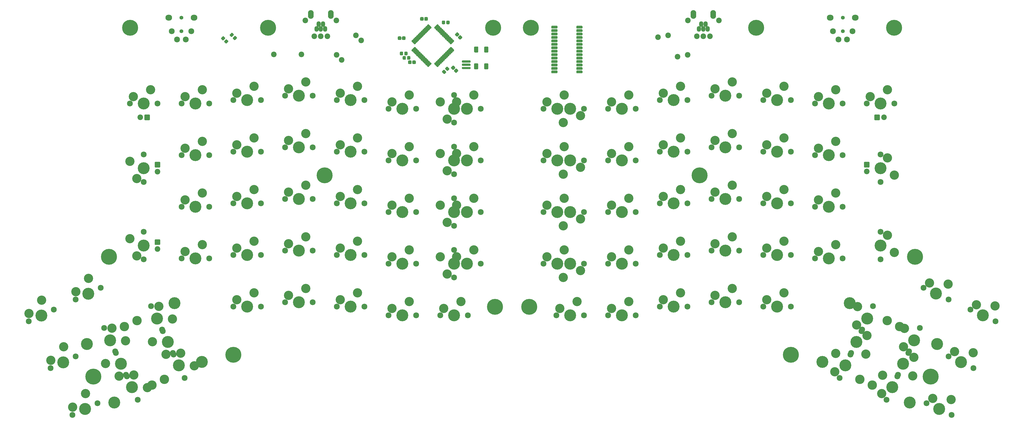
<source format=gts>
%TF.GenerationSoftware,KiCad,Pcbnew,(5.1.9)-1*%
%TF.CreationDate,2021-02-19T15:09:25+09:00*%
%TF.ProjectId,ErgoDOX,4572676f-444f-4582-9e6b-696361645f70,rev?*%
%TF.SameCoordinates,Original*%
%TF.FileFunction,Soldermask,Top*%
%TF.FilePolarity,Negative*%
%FSLAX46Y46*%
G04 Gerber Fmt 4.6, Leading zero omitted, Abs format (unit mm)*
G04 Created by KiCad (PCBNEW (5.1.9)-1) date 2021-02-19 15:09:25*
%MOMM*%
%LPD*%
G01*
G04 APERTURE LIST*
%ADD10C,2.156400*%
%ADD11C,3.406400*%
%ADD12C,4.394200*%
%ADD13C,5.867400*%
%ADD14O,1.549400X2.057400*%
%ADD15O,2.108200X3.200400*%
%ADD16C,2.057400*%
%ADD17C,1.397000*%
%ADD18C,2.159000*%
%ADD19O,2.463800X2.159000*%
%ADD20C,3.454400*%
G04 APERTURE END LIST*
D10*
%TO.C,SW2:11*%
X152812750Y-121231660D03*
X142652750Y-121231660D03*
D11*
X143922750Y-118691660D03*
D12*
X147732750Y-121231660D03*
D11*
X150272750Y-116151660D03*
%TD*%
D10*
%TO.C,SW5:7*%
X76612750Y-65354200D03*
X66452750Y-65354200D03*
D11*
X67722750Y-62814200D03*
D12*
X71532750Y-65354200D03*
D11*
X74072750Y-60274200D03*
%TD*%
D13*
%TO.C,H99*%
X66554350Y-37384990D03*
X117354350Y-37384990D03*
X200285350Y-37384990D03*
X138182350Y-91842590D03*
X200920350Y-140305790D03*
X104578150Y-158009590D03*
X58807350Y-121916190D03*
X53041550Y-166086790D03*
%TD*%
D14*
%TO.C,J1*%
X138381740Y-37807900D03*
X137581640Y-36060380D03*
X136781540Y-37807900D03*
X135981440Y-36060380D03*
X135181340Y-37807900D03*
D15*
X133134100Y-32484060D03*
X140428980Y-32484060D03*
D16*
X139194540Y-40513000D03*
X142496540Y-34671000D03*
X136781540Y-40513000D03*
X131066540Y-34671000D03*
X134368540Y-40513000D03*
%TD*%
%TO.C,R3*%
G36*
G01*
X182329867Y-52976540D02*
X182862460Y-53509133D01*
G75*
G02*
X182862460Y-53935659I-213263J-213263D01*
G01*
X182435933Y-54362186D01*
G75*
G02*
X182009407Y-54362186I-213263J213263D01*
G01*
X181476814Y-53829593D01*
G75*
G02*
X181476814Y-53403067I213263J213263D01*
G01*
X181903341Y-52976540D01*
G75*
G02*
X182329867Y-52976540I213263J-213263D01*
G01*
G37*
G36*
G01*
X183496593Y-51809814D02*
X184029186Y-52342407D01*
G75*
G02*
X184029186Y-52768933I-213263J-213263D01*
G01*
X183602659Y-53195460D01*
G75*
G02*
X183176133Y-53195460I-213263J213263D01*
G01*
X182643540Y-52662867D01*
G75*
G02*
X182643540Y-52236341I213263J213263D01*
G01*
X183070067Y-51809814D01*
G75*
G02*
X183496593Y-51809814I213263J-213263D01*
G01*
G37*
%TD*%
D10*
%TO.C,SW1:13*%
X190912750Y-143456660D03*
X180752750Y-143456660D03*
D11*
X182022750Y-140916660D03*
D12*
X185832750Y-143456660D03*
D11*
X188372750Y-138376660D03*
%TD*%
D10*
%TO.C,SW3:132*%
X185826400Y-100279200D03*
X185826400Y-110439200D03*
D11*
X183286400Y-109169200D03*
D12*
X185826400Y-105359200D03*
D11*
X180746400Y-102819200D03*
%TD*%
D10*
%TO.C,SW3:10*%
X133762750Y-100584000D03*
X123602750Y-100584000D03*
D11*
X124872750Y-98044000D03*
D12*
X128682750Y-100584000D03*
D11*
X131222750Y-95504000D03*
%TD*%
D10*
%TO.C,SW3:8*%
X95662750Y-103451660D03*
X85502750Y-103451660D03*
D11*
X86772750Y-100911660D03*
D12*
X90582750Y-103451660D03*
D11*
X93122750Y-98371660D03*
%TD*%
D10*
%TO.C,SW4:12*%
X171862750Y-86306660D03*
X161702750Y-86306660D03*
D11*
X162972750Y-83766660D03*
D12*
X166782750Y-86306660D03*
D11*
X169322750Y-81226660D03*
%TD*%
D16*
%TO.C,RC1*%
X119475251Y-47244000D03*
X129635249Y-47244000D03*
%TD*%
%TO.C,RB1*%
X142549338Y-47343602D03*
X149733542Y-40159398D03*
%TD*%
%TO.C,RA1*%
X144454338Y-49248602D03*
X151638542Y-42064398D03*
%TD*%
%TO.C,LED_C1*%
G36*
G01*
X77438250Y-117497860D02*
X75787250Y-117497860D01*
G75*
G02*
X75584050Y-117294660I0J203200D01*
G01*
X75584050Y-115643660D01*
G75*
G02*
X75787250Y-115440460I203200J0D01*
G01*
X77438250Y-115440460D01*
G75*
G02*
X77641450Y-115643660I0J-203200D01*
G01*
X77641450Y-117294660D01*
G75*
G02*
X77438250Y-117497860I-203200J0D01*
G01*
G37*
X76612750Y-119009160D03*
%TD*%
%TO.C,LED_B1*%
G36*
G01*
X77438250Y-88922860D02*
X75787250Y-88922860D01*
G75*
G02*
X75584050Y-88719660I0J203200D01*
G01*
X75584050Y-87068660D01*
G75*
G02*
X75787250Y-86865460I203200J0D01*
G01*
X77438250Y-86865460D01*
G75*
G02*
X77641450Y-87068660I0J-203200D01*
G01*
X77641450Y-88719660D01*
G75*
G02*
X77438250Y-88922860I-203200J0D01*
G01*
G37*
X76612750Y-90434160D03*
%TD*%
%TO.C,LED_A1*%
G36*
G01*
X71774050Y-71259700D02*
X71774050Y-69608700D01*
G75*
G02*
X71977250Y-69405500I203200J0D01*
G01*
X73628250Y-69405500D01*
G75*
G02*
X73831450Y-69608700I0J-203200D01*
G01*
X73831450Y-71259700D01*
G75*
G02*
X73628250Y-71462900I-203200J0D01*
G01*
X71977250Y-71462900D01*
G75*
G02*
X71774050Y-71259700I0J203200D01*
G01*
G37*
X70262750Y-70434200D03*
%TD*%
D17*
%TO.C,J2*%
X85448140Y-38633400D03*
X85448140Y-33629600D03*
D18*
X89054940Y-38633400D03*
X83847940Y-41732200D03*
D19*
X80799940Y-33629600D03*
D18*
X87048340Y-41732200D03*
X81841340Y-38633400D03*
D19*
X90096340Y-33629600D03*
%TD*%
D14*
%TO.C,J1*%
X276040850Y-37807900D03*
X276840950Y-36060380D03*
X277641050Y-37807900D03*
X278441150Y-36060380D03*
X279241250Y-37807900D03*
D15*
X281288490Y-32484060D03*
X273993610Y-32484060D03*
D16*
X275228050Y-40513000D03*
X271926050Y-34671000D03*
X277641050Y-40513000D03*
X283356050Y-34671000D03*
X280054050Y-40513000D03*
%TD*%
%TO.C,LED_B2*%
G36*
G01*
X338645500Y-88912700D02*
X336994500Y-88912700D01*
G75*
G02*
X336791300Y-88709500I0J203200D01*
G01*
X336791300Y-87058500D01*
G75*
G02*
X336994500Y-86855300I203200J0D01*
G01*
X338645500Y-86855300D01*
G75*
G02*
X338848700Y-87058500I0J-203200D01*
G01*
X338848700Y-88709500D01*
G75*
G02*
X338645500Y-88912700I-203200J0D01*
G01*
G37*
X337820000Y-90424000D03*
%TD*%
%TO.C,LED_A2*%
G36*
G01*
X342658700Y-69608700D02*
X342658700Y-71259700D01*
G75*
G02*
X342455500Y-71462900I-203200J0D01*
G01*
X340804500Y-71462900D01*
G75*
G02*
X340601300Y-71259700I0J203200D01*
G01*
X340601300Y-69608700D01*
G75*
G02*
X340804500Y-69405500I203200J0D01*
G01*
X342455500Y-69405500D01*
G75*
G02*
X342658700Y-69608700I0J-203200D01*
G01*
G37*
X344170000Y-70434200D03*
%TD*%
%TO.C,RB2*%
X271881600Y-47345600D03*
X264697396Y-40161396D03*
%TD*%
%TO.C,RA2*%
X268107702Y-48042102D03*
X260923498Y-40857898D03*
%TD*%
D17*
%TO.C,J3*%
X328980800Y-38633400D03*
X328980800Y-33629600D03*
D18*
X332587600Y-38633400D03*
X327380600Y-41732200D03*
D19*
X324332600Y-33629600D03*
D18*
X330581000Y-41732200D03*
X325374000Y-38633400D03*
D19*
X333629000Y-33629600D03*
%TD*%
%TO.C,U1*%
G36*
G01*
X223954400Y-53370200D02*
X223954400Y-53970200D01*
G75*
G02*
X223751200Y-54173400I-203200J0D01*
G01*
X221851200Y-54173400D01*
G75*
G02*
X221648000Y-53970200I0J203200D01*
G01*
X221648000Y-53370200D01*
G75*
G02*
X221851200Y-53167000I203200J0D01*
G01*
X223751200Y-53167000D01*
G75*
G02*
X223954400Y-53370200I0J-203200D01*
G01*
G37*
G36*
G01*
X223954400Y-52100200D02*
X223954400Y-52700200D01*
G75*
G02*
X223751200Y-52903400I-203200J0D01*
G01*
X221851200Y-52903400D01*
G75*
G02*
X221648000Y-52700200I0J203200D01*
G01*
X221648000Y-52100200D01*
G75*
G02*
X221851200Y-51897000I203200J0D01*
G01*
X223751200Y-51897000D01*
G75*
G02*
X223954400Y-52100200I0J-203200D01*
G01*
G37*
G36*
G01*
X223954400Y-50830200D02*
X223954400Y-51430200D01*
G75*
G02*
X223751200Y-51633400I-203200J0D01*
G01*
X221851200Y-51633400D01*
G75*
G02*
X221648000Y-51430200I0J203200D01*
G01*
X221648000Y-50830200D01*
G75*
G02*
X221851200Y-50627000I203200J0D01*
G01*
X223751200Y-50627000D01*
G75*
G02*
X223954400Y-50830200I0J-203200D01*
G01*
G37*
G36*
G01*
X223954400Y-49560200D02*
X223954400Y-50160200D01*
G75*
G02*
X223751200Y-50363400I-203200J0D01*
G01*
X221851200Y-50363400D01*
G75*
G02*
X221648000Y-50160200I0J203200D01*
G01*
X221648000Y-49560200D01*
G75*
G02*
X221851200Y-49357000I203200J0D01*
G01*
X223751200Y-49357000D01*
G75*
G02*
X223954400Y-49560200I0J-203200D01*
G01*
G37*
G36*
G01*
X223954400Y-48290200D02*
X223954400Y-48890200D01*
G75*
G02*
X223751200Y-49093400I-203200J0D01*
G01*
X221851200Y-49093400D01*
G75*
G02*
X221648000Y-48890200I0J203200D01*
G01*
X221648000Y-48290200D01*
G75*
G02*
X221851200Y-48087000I203200J0D01*
G01*
X223751200Y-48087000D01*
G75*
G02*
X223954400Y-48290200I0J-203200D01*
G01*
G37*
G36*
G01*
X223954400Y-47020200D02*
X223954400Y-47620200D01*
G75*
G02*
X223751200Y-47823400I-203200J0D01*
G01*
X221851200Y-47823400D01*
G75*
G02*
X221648000Y-47620200I0J203200D01*
G01*
X221648000Y-47020200D01*
G75*
G02*
X221851200Y-46817000I203200J0D01*
G01*
X223751200Y-46817000D01*
G75*
G02*
X223954400Y-47020200I0J-203200D01*
G01*
G37*
G36*
G01*
X223954400Y-45750200D02*
X223954400Y-46350200D01*
G75*
G02*
X223751200Y-46553400I-203200J0D01*
G01*
X221851200Y-46553400D01*
G75*
G02*
X221648000Y-46350200I0J203200D01*
G01*
X221648000Y-45750200D01*
G75*
G02*
X221851200Y-45547000I203200J0D01*
G01*
X223751200Y-45547000D01*
G75*
G02*
X223954400Y-45750200I0J-203200D01*
G01*
G37*
G36*
G01*
X223954400Y-44480200D02*
X223954400Y-45080200D01*
G75*
G02*
X223751200Y-45283400I-203200J0D01*
G01*
X221851200Y-45283400D01*
G75*
G02*
X221648000Y-45080200I0J203200D01*
G01*
X221648000Y-44480200D01*
G75*
G02*
X221851200Y-44277000I203200J0D01*
G01*
X223751200Y-44277000D01*
G75*
G02*
X223954400Y-44480200I0J-203200D01*
G01*
G37*
G36*
G01*
X223954400Y-43210200D02*
X223954400Y-43810200D01*
G75*
G02*
X223751200Y-44013400I-203200J0D01*
G01*
X221851200Y-44013400D01*
G75*
G02*
X221648000Y-43810200I0J203200D01*
G01*
X221648000Y-43210200D01*
G75*
G02*
X221851200Y-43007000I203200J0D01*
G01*
X223751200Y-43007000D01*
G75*
G02*
X223954400Y-43210200I0J-203200D01*
G01*
G37*
G36*
G01*
X223954400Y-41940200D02*
X223954400Y-42540200D01*
G75*
G02*
X223751200Y-42743400I-203200J0D01*
G01*
X221851200Y-42743400D01*
G75*
G02*
X221648000Y-42540200I0J203200D01*
G01*
X221648000Y-41940200D01*
G75*
G02*
X221851200Y-41737000I203200J0D01*
G01*
X223751200Y-41737000D01*
G75*
G02*
X223954400Y-41940200I0J-203200D01*
G01*
G37*
G36*
G01*
X223954400Y-40670200D02*
X223954400Y-41270200D01*
G75*
G02*
X223751200Y-41473400I-203200J0D01*
G01*
X221851200Y-41473400D01*
G75*
G02*
X221648000Y-41270200I0J203200D01*
G01*
X221648000Y-40670200D01*
G75*
G02*
X221851200Y-40467000I203200J0D01*
G01*
X223751200Y-40467000D01*
G75*
G02*
X223954400Y-40670200I0J-203200D01*
G01*
G37*
G36*
G01*
X223954400Y-39400200D02*
X223954400Y-40000200D01*
G75*
G02*
X223751200Y-40203400I-203200J0D01*
G01*
X221851200Y-40203400D01*
G75*
G02*
X221648000Y-40000200I0J203200D01*
G01*
X221648000Y-39400200D01*
G75*
G02*
X221851200Y-39197000I203200J0D01*
G01*
X223751200Y-39197000D01*
G75*
G02*
X223954400Y-39400200I0J-203200D01*
G01*
G37*
G36*
G01*
X223954400Y-38130200D02*
X223954400Y-38730200D01*
G75*
G02*
X223751200Y-38933400I-203200J0D01*
G01*
X221851200Y-38933400D01*
G75*
G02*
X221648000Y-38730200I0J203200D01*
G01*
X221648000Y-38130200D01*
G75*
G02*
X221851200Y-37927000I203200J0D01*
G01*
X223751200Y-37927000D01*
G75*
G02*
X223954400Y-38130200I0J-203200D01*
G01*
G37*
G36*
G01*
X223954400Y-36860200D02*
X223954400Y-37460200D01*
G75*
G02*
X223751200Y-37663400I-203200J0D01*
G01*
X221851200Y-37663400D01*
G75*
G02*
X221648000Y-37460200I0J203200D01*
G01*
X221648000Y-36860200D01*
G75*
G02*
X221851200Y-36657000I203200J0D01*
G01*
X223751200Y-36657000D01*
G75*
G02*
X223954400Y-36860200I0J-203200D01*
G01*
G37*
G36*
G01*
X233164400Y-36860200D02*
X233164400Y-37460200D01*
G75*
G02*
X232961200Y-37663400I-203200J0D01*
G01*
X231061200Y-37663400D01*
G75*
G02*
X230858000Y-37460200I0J203200D01*
G01*
X230858000Y-36860200D01*
G75*
G02*
X231061200Y-36657000I203200J0D01*
G01*
X232961200Y-36657000D01*
G75*
G02*
X233164400Y-36860200I0J-203200D01*
G01*
G37*
G36*
G01*
X233164400Y-38130200D02*
X233164400Y-38730200D01*
G75*
G02*
X232961200Y-38933400I-203200J0D01*
G01*
X231061200Y-38933400D01*
G75*
G02*
X230858000Y-38730200I0J203200D01*
G01*
X230858000Y-38130200D01*
G75*
G02*
X231061200Y-37927000I203200J0D01*
G01*
X232961200Y-37927000D01*
G75*
G02*
X233164400Y-38130200I0J-203200D01*
G01*
G37*
G36*
G01*
X233164400Y-39400200D02*
X233164400Y-40000200D01*
G75*
G02*
X232961200Y-40203400I-203200J0D01*
G01*
X231061200Y-40203400D01*
G75*
G02*
X230858000Y-40000200I0J203200D01*
G01*
X230858000Y-39400200D01*
G75*
G02*
X231061200Y-39197000I203200J0D01*
G01*
X232961200Y-39197000D01*
G75*
G02*
X233164400Y-39400200I0J-203200D01*
G01*
G37*
G36*
G01*
X233164400Y-40670200D02*
X233164400Y-41270200D01*
G75*
G02*
X232961200Y-41473400I-203200J0D01*
G01*
X231061200Y-41473400D01*
G75*
G02*
X230858000Y-41270200I0J203200D01*
G01*
X230858000Y-40670200D01*
G75*
G02*
X231061200Y-40467000I203200J0D01*
G01*
X232961200Y-40467000D01*
G75*
G02*
X233164400Y-40670200I0J-203200D01*
G01*
G37*
G36*
G01*
X233164400Y-41940200D02*
X233164400Y-42540200D01*
G75*
G02*
X232961200Y-42743400I-203200J0D01*
G01*
X231061200Y-42743400D01*
G75*
G02*
X230858000Y-42540200I0J203200D01*
G01*
X230858000Y-41940200D01*
G75*
G02*
X231061200Y-41737000I203200J0D01*
G01*
X232961200Y-41737000D01*
G75*
G02*
X233164400Y-41940200I0J-203200D01*
G01*
G37*
G36*
G01*
X233164400Y-43210200D02*
X233164400Y-43810200D01*
G75*
G02*
X232961200Y-44013400I-203200J0D01*
G01*
X231061200Y-44013400D01*
G75*
G02*
X230858000Y-43810200I0J203200D01*
G01*
X230858000Y-43210200D01*
G75*
G02*
X231061200Y-43007000I203200J0D01*
G01*
X232961200Y-43007000D01*
G75*
G02*
X233164400Y-43210200I0J-203200D01*
G01*
G37*
G36*
G01*
X233164400Y-44480200D02*
X233164400Y-45080200D01*
G75*
G02*
X232961200Y-45283400I-203200J0D01*
G01*
X231061200Y-45283400D01*
G75*
G02*
X230858000Y-45080200I0J203200D01*
G01*
X230858000Y-44480200D01*
G75*
G02*
X231061200Y-44277000I203200J0D01*
G01*
X232961200Y-44277000D01*
G75*
G02*
X233164400Y-44480200I0J-203200D01*
G01*
G37*
G36*
G01*
X233164400Y-45750200D02*
X233164400Y-46350200D01*
G75*
G02*
X232961200Y-46553400I-203200J0D01*
G01*
X231061200Y-46553400D01*
G75*
G02*
X230858000Y-46350200I0J203200D01*
G01*
X230858000Y-45750200D01*
G75*
G02*
X231061200Y-45547000I203200J0D01*
G01*
X232961200Y-45547000D01*
G75*
G02*
X233164400Y-45750200I0J-203200D01*
G01*
G37*
G36*
G01*
X233164400Y-47020200D02*
X233164400Y-47620200D01*
G75*
G02*
X232961200Y-47823400I-203200J0D01*
G01*
X231061200Y-47823400D01*
G75*
G02*
X230858000Y-47620200I0J203200D01*
G01*
X230858000Y-47020200D01*
G75*
G02*
X231061200Y-46817000I203200J0D01*
G01*
X232961200Y-46817000D01*
G75*
G02*
X233164400Y-47020200I0J-203200D01*
G01*
G37*
G36*
G01*
X233164400Y-48290200D02*
X233164400Y-48890200D01*
G75*
G02*
X232961200Y-49093400I-203200J0D01*
G01*
X231061200Y-49093400D01*
G75*
G02*
X230858000Y-48890200I0J203200D01*
G01*
X230858000Y-48290200D01*
G75*
G02*
X231061200Y-48087000I203200J0D01*
G01*
X232961200Y-48087000D01*
G75*
G02*
X233164400Y-48290200I0J-203200D01*
G01*
G37*
G36*
G01*
X233164400Y-49560200D02*
X233164400Y-50160200D01*
G75*
G02*
X232961200Y-50363400I-203200J0D01*
G01*
X231061200Y-50363400D01*
G75*
G02*
X230858000Y-50160200I0J203200D01*
G01*
X230858000Y-49560200D01*
G75*
G02*
X231061200Y-49357000I203200J0D01*
G01*
X232961200Y-49357000D01*
G75*
G02*
X233164400Y-49560200I0J-203200D01*
G01*
G37*
G36*
G01*
X233164400Y-50830200D02*
X233164400Y-51430200D01*
G75*
G02*
X232961200Y-51633400I-203200J0D01*
G01*
X231061200Y-51633400D01*
G75*
G02*
X230858000Y-51430200I0J203200D01*
G01*
X230858000Y-50830200D01*
G75*
G02*
X231061200Y-50627000I203200J0D01*
G01*
X232961200Y-50627000D01*
G75*
G02*
X233164400Y-50830200I0J-203200D01*
G01*
G37*
G36*
G01*
X233164400Y-52100200D02*
X233164400Y-52700200D01*
G75*
G02*
X232961200Y-52903400I-203200J0D01*
G01*
X231061200Y-52903400D01*
G75*
G02*
X230858000Y-52700200I0J203200D01*
G01*
X230858000Y-52100200D01*
G75*
G02*
X231061200Y-51897000I203200J0D01*
G01*
X232961200Y-51897000D01*
G75*
G02*
X233164400Y-52100200I0J-203200D01*
G01*
G37*
G36*
G01*
X233164400Y-53370200D02*
X233164400Y-53970200D01*
G75*
G02*
X232961200Y-54173400I-203200J0D01*
G01*
X231061200Y-54173400D01*
G75*
G02*
X230858000Y-53970200I0J203200D01*
G01*
X230858000Y-53370200D01*
G75*
G02*
X231061200Y-53167000I203200J0D01*
G01*
X232961200Y-53167000D01*
G75*
G02*
X233164400Y-53370200I0J-203200D01*
G01*
G37*
%TD*%
D10*
%TO.C,SX0:2*%
X349364901Y-165398156D03*
X345071099Y-174606244D03*
D11*
X343305803Y-172381782D03*
D12*
X347218000Y-170002200D03*
D11*
X343687407Y-165553277D03*
%TD*%
D10*
%TO.C,SW4:6*%
X342900000Y-94259400D03*
X342900000Y-84099400D03*
D11*
X345440000Y-85369400D03*
D12*
X342900000Y-89179400D03*
D11*
X347980000Y-91719400D03*
%TD*%
D10*
%TO.C,SW5:4*%
X309880000Y-64084200D03*
X299720000Y-64084200D03*
D11*
X300990000Y-61544200D03*
D12*
X304800000Y-64084200D03*
D11*
X307340000Y-59004200D03*
%TD*%
D10*
%TO.C,SW2:2*%
X271780000Y-121234200D03*
X261620000Y-121234200D03*
D11*
X262890000Y-118694200D03*
D12*
X266700000Y-121234200D03*
D11*
X269240000Y-116154200D03*
%TD*%
D10*
%TO.C,SW5:2*%
X271780000Y-64084200D03*
X261620000Y-64084200D03*
D11*
X262890000Y-61544200D03*
D12*
X266700000Y-64084200D03*
D11*
X269240000Y-59004200D03*
%TD*%
D10*
%TO.C,SW1:1*%
X252730000Y-143459200D03*
X242570000Y-143459200D03*
D11*
X243840000Y-140919200D03*
D12*
X247650000Y-143459200D03*
D11*
X250190000Y-138379200D03*
%TD*%
%TO.C,C5*%
G36*
G01*
X166426000Y-40872600D02*
X166426000Y-41575800D01*
G75*
G02*
X166099400Y-41902400I-326600J0D01*
G01*
X165446200Y-41902400D01*
G75*
G02*
X165119600Y-41575800I0J326600D01*
G01*
X165119600Y-40872600D01*
G75*
G02*
X165446200Y-40546000I326600J0D01*
G01*
X166099400Y-40546000D01*
G75*
G02*
X166426000Y-40872600I0J-326600D01*
G01*
G37*
G36*
G01*
X167976000Y-40872600D02*
X167976000Y-41575800D01*
G75*
G02*
X167649400Y-41902400I-326600J0D01*
G01*
X166996200Y-41902400D01*
G75*
G02*
X166669600Y-41575800I0J326600D01*
G01*
X166669600Y-40872600D01*
G75*
G02*
X166996200Y-40546000I326600J0D01*
G01*
X167649400Y-40546000D01*
G75*
G02*
X167976000Y-40872600I0J-326600D01*
G01*
G37*
%TD*%
%TO.C,C4*%
G36*
G01*
X174645440Y-33752980D02*
X174645440Y-34456180D01*
G75*
G02*
X174318840Y-34782780I-326600J0D01*
G01*
X173665640Y-34782780D01*
G75*
G02*
X173339040Y-34456180I0J326600D01*
G01*
X173339040Y-33752980D01*
G75*
G02*
X173665640Y-33426380I326600J0D01*
G01*
X174318840Y-33426380D01*
G75*
G02*
X174645440Y-33752980I0J-326600D01*
G01*
G37*
G36*
G01*
X176195440Y-33752980D02*
X176195440Y-34456180D01*
G75*
G02*
X175868840Y-34782780I-326600J0D01*
G01*
X175215640Y-34782780D01*
G75*
G02*
X174889040Y-34456180I0J326600D01*
G01*
X174889040Y-33752980D01*
G75*
G02*
X175215640Y-33426380I326600J0D01*
G01*
X175868840Y-33426380D01*
G75*
G02*
X176195440Y-33752980I0J-326600D01*
G01*
G37*
%TD*%
%TO.C,C3*%
G36*
G01*
X185892507Y-53014345D02*
X186389745Y-52517107D01*
G75*
G02*
X186851627Y-52517107I230941J-230941D01*
G01*
X187313509Y-52978989D01*
G75*
G02*
X187313509Y-53440871I-230941J-230941D01*
G01*
X186816271Y-53938109D01*
G75*
G02*
X186354389Y-53938109I-230941J230941D01*
G01*
X185892507Y-53476227D01*
G75*
G02*
X185892507Y-53014345I230941J230941D01*
G01*
G37*
G36*
G01*
X184796491Y-51918329D02*
X185293729Y-51421091D01*
G75*
G02*
X185755611Y-51421091I230941J-230941D01*
G01*
X186217493Y-51882973D01*
G75*
G02*
X186217493Y-52344855I-230941J-230941D01*
G01*
X185720255Y-52842093D01*
G75*
G02*
X185258373Y-52842093I-230941J230941D01*
G01*
X184796491Y-52380211D01*
G75*
G02*
X184796491Y-51918329I230941J230941D01*
G01*
G37*
%TD*%
%TO.C,C2*%
G36*
G01*
X187365707Y-40720745D02*
X187862945Y-40223507D01*
G75*
G02*
X188324827Y-40223507I230941J-230941D01*
G01*
X188786709Y-40685389D01*
G75*
G02*
X188786709Y-41147271I-230941J-230941D01*
G01*
X188289471Y-41644509D01*
G75*
G02*
X187827589Y-41644509I-230941J230941D01*
G01*
X187365707Y-41182627D01*
G75*
G02*
X187365707Y-40720745I230941J230941D01*
G01*
G37*
G36*
G01*
X186269691Y-39624729D02*
X186766929Y-39127491D01*
G75*
G02*
X187228811Y-39127491I230941J-230941D01*
G01*
X187690693Y-39589373D01*
G75*
G02*
X187690693Y-40051255I-230941J-230941D01*
G01*
X187193455Y-40548493D01*
G75*
G02*
X186731573Y-40548493I-230941J230941D01*
G01*
X186269691Y-40086611D01*
G75*
G02*
X186269691Y-39624729I230941J230941D01*
G01*
G37*
%TD*%
D10*
%TO.C,SX0:3*%
X332092901Y-157346356D03*
X327799099Y-166554444D03*
D11*
X326033803Y-164329982D03*
D12*
X329946000Y-161950400D03*
D11*
X326415407Y-157501477D03*
%TD*%
D10*
%TO.C,SX1:5*%
X340144701Y-140074356D03*
X335850899Y-149282444D03*
D11*
X334085603Y-147057982D03*
D12*
X337997800Y-144678400D03*
D11*
X334467207Y-140229477D03*
%TD*%
D12*
%TO.C,SW0:3*%
X331548246Y-139006184D03*
X321457812Y-160645189D03*
D20*
X345360377Y-145446886D03*
X335269943Y-167085891D03*
D10*
X331837699Y-157918444D03*
X336131501Y-148710356D03*
D11*
X337896797Y-150934818D03*
D12*
X333984600Y-153314400D03*
D11*
X337515193Y-157763323D03*
%TD*%
D10*
%TO.C,SX1:6*%
X357416701Y-148126156D03*
X353122899Y-157334244D03*
D11*
X351357603Y-155109782D03*
D12*
X355269800Y-152730200D03*
D11*
X351739207Y-148281277D03*
%TD*%
D12*
%TO.C,SW0:2*%
X363757988Y-154035411D03*
X353667554Y-175674416D03*
D20*
X349945857Y-147594709D03*
X339855423Y-169233714D03*
D10*
X349084299Y-165970244D03*
X353378101Y-156762156D03*
D11*
X355143397Y-158986618D03*
D12*
X351231200Y-161366200D03*
D11*
X354761793Y-165815123D03*
%TD*%
D10*
%TO.C,SW0:1*%
X369068644Y-180200901D03*
X359860556Y-175907099D03*
D11*
X362085018Y-174141803D03*
D12*
X364464600Y-178054000D03*
D11*
X368913523Y-174523407D03*
%TD*%
D10*
%TO.C,SW0:4*%
X377145844Y-162928901D03*
X367937756Y-158635099D03*
D11*
X370162218Y-156869803D03*
D12*
X372541800Y-160782000D03*
D11*
X376990723Y-157251407D03*
%TD*%
D10*
%TO.C,SW0:6*%
X385197644Y-145656901D03*
X375989556Y-141363099D03*
D11*
X378214018Y-139597803D03*
D12*
X380593600Y-143510000D03*
D11*
X385042523Y-139979407D03*
%TD*%
D10*
%TO.C,SW0:5*%
X367925644Y-137605101D03*
X358717556Y-133311299D03*
D11*
X360942018Y-131546003D03*
D12*
X363321600Y-135458200D03*
D11*
X367770523Y-131927607D03*
%TD*%
D10*
%TO.C,SW1:0*%
X233680000Y-143459200D03*
X223520000Y-143459200D03*
D11*
X224790000Y-140919200D03*
D12*
X228600000Y-143459200D03*
D11*
X231140000Y-138379200D03*
%TD*%
D10*
%TO.C,SW3:5*%
X328930000Y-103454200D03*
X318770000Y-103454200D03*
D11*
X320040000Y-100914200D03*
D12*
X323850000Y-103454200D03*
D11*
X326390000Y-98374200D03*
%TD*%
D10*
%TO.C,SW3:4*%
X309880000Y-102184200D03*
X299720000Y-102184200D03*
D11*
X300990000Y-99644200D03*
D12*
X304800000Y-102184200D03*
D11*
X307340000Y-97104200D03*
%TD*%
D10*
%TO.C,SW3:3*%
X290830000Y-100584000D03*
X280670000Y-100584000D03*
D11*
X281940000Y-98044000D03*
D12*
X285750000Y-100584000D03*
D11*
X288290000Y-95504000D03*
%TD*%
D10*
%TO.C,SW3:14*%
X223520000Y-105359200D03*
X233680000Y-105359200D03*
D11*
X232410000Y-107899200D03*
D12*
X228600000Y-105359200D03*
D11*
X226060000Y-110439200D03*
%TD*%
D10*
%TO.C,SW3:2*%
X271780000Y-102184200D03*
X261620000Y-102184200D03*
D11*
X262890000Y-99644200D03*
D12*
X266700000Y-102184200D03*
D11*
X269240000Y-97104200D03*
%TD*%
D10*
%TO.C,SW3:1*%
X252730000Y-105359200D03*
X242570000Y-105359200D03*
D11*
X243840000Y-102819200D03*
D12*
X247650000Y-105359200D03*
D11*
X250190000Y-100279200D03*
%TD*%
D10*
%TO.C,SW3:0*%
X228904800Y-105359200D03*
X218744800Y-105359200D03*
D11*
X220014800Y-102819200D03*
D12*
X223824800Y-105359200D03*
D11*
X226364800Y-100279200D03*
%TD*%
D10*
%TO.C,SW1:4*%
X309880000Y-140284200D03*
X299720000Y-140284200D03*
D11*
X300990000Y-137744200D03*
D12*
X304800000Y-140284200D03*
D11*
X307340000Y-135204200D03*
%TD*%
D10*
%TO.C,SW1:3*%
X290830000Y-138684000D03*
X280670000Y-138684000D03*
D11*
X281940000Y-136144000D03*
D12*
X285750000Y-138684000D03*
D11*
X288290000Y-133604000D03*
%TD*%
D10*
%TO.C,SW1:2*%
X271780000Y-140284200D03*
X261620000Y-140284200D03*
D11*
X262890000Y-137744200D03*
D12*
X266700000Y-140284200D03*
D11*
X269240000Y-135204200D03*
%TD*%
D10*
%TO.C,SW2:14*%
X223520000Y-124409200D03*
X233680000Y-124409200D03*
D11*
X232410000Y-126949200D03*
D12*
X228600000Y-124409200D03*
D11*
X226060000Y-129489200D03*
%TD*%
D10*
%TO.C,SW2:6*%
X342900000Y-122809000D03*
X342900000Y-112649000D03*
D11*
X345440000Y-113919000D03*
D12*
X342900000Y-117729000D03*
D11*
X347980000Y-120269000D03*
%TD*%
D10*
%TO.C,SW2:5*%
X328930000Y-122504200D03*
X318770000Y-122504200D03*
D11*
X320040000Y-119964200D03*
D12*
X323850000Y-122504200D03*
D11*
X326390000Y-117424200D03*
%TD*%
D10*
%TO.C,SW2:4*%
X309880000Y-121234200D03*
X299720000Y-121234200D03*
D11*
X300990000Y-118694200D03*
D12*
X304800000Y-121234200D03*
D11*
X307340000Y-116154200D03*
%TD*%
D10*
%TO.C,SW2:3*%
X290830000Y-119634000D03*
X280670000Y-119634000D03*
D11*
X281940000Y-117094000D03*
D12*
X285750000Y-119634000D03*
D11*
X288290000Y-114554000D03*
%TD*%
D10*
%TO.C,SW2:1*%
X252730000Y-124409200D03*
X242570000Y-124409200D03*
D11*
X243840000Y-121869200D03*
D12*
X247650000Y-124409200D03*
D11*
X250190000Y-119329200D03*
%TD*%
D10*
%TO.C,SW2:0*%
X228904800Y-124409200D03*
X218744800Y-124409200D03*
D11*
X220014800Y-121869200D03*
D12*
X223824800Y-124409200D03*
D11*
X226364800Y-119329200D03*
%TD*%
D10*
%TO.C,SW4:14*%
X223520000Y-86309200D03*
X233680000Y-86309200D03*
D11*
X232410000Y-88849200D03*
D12*
X228600000Y-86309200D03*
D11*
X226060000Y-91389200D03*
%TD*%
D10*
%TO.C,SW4:0*%
X228930200Y-86309200D03*
X218770200Y-86309200D03*
D11*
X220040200Y-83769200D03*
D12*
X223850200Y-86309200D03*
D11*
X226390200Y-81229200D03*
%TD*%
D10*
%TO.C,SW4:3*%
X290830000Y-81534000D03*
X280670000Y-81534000D03*
D11*
X281940000Y-78994000D03*
D12*
X285750000Y-81534000D03*
D11*
X288290000Y-76454000D03*
%TD*%
D10*
%TO.C,SW4:5*%
X328930000Y-84404200D03*
X318770000Y-84404200D03*
D11*
X320040000Y-81864200D03*
D12*
X323850000Y-84404200D03*
D11*
X326390000Y-79324200D03*
%TD*%
D10*
%TO.C,SW4:4*%
X309880000Y-83134200D03*
X299720000Y-83134200D03*
D11*
X300990000Y-80594200D03*
D12*
X304800000Y-83134200D03*
D11*
X307340000Y-78054200D03*
%TD*%
D10*
%TO.C,SW4:2*%
X271780000Y-83134200D03*
X261620000Y-83134200D03*
D11*
X262890000Y-80594200D03*
D12*
X266700000Y-83134200D03*
D11*
X269240000Y-78054200D03*
%TD*%
D10*
%TO.C,SW4:1*%
X252730000Y-86309200D03*
X242570000Y-86309200D03*
D11*
X243840000Y-83769200D03*
D12*
X247650000Y-86309200D03*
D11*
X250190000Y-81229200D03*
%TD*%
D10*
%TO.C,SW5:14*%
X223494600Y-67259200D03*
X233654600Y-67259200D03*
D11*
X232384600Y-69799200D03*
D12*
X228574600Y-67259200D03*
D11*
X226034600Y-72339200D03*
%TD*%
D10*
%TO.C,SW5:0*%
X228930200Y-67259200D03*
X218770200Y-67259200D03*
D11*
X220040200Y-64719200D03*
D12*
X223850200Y-67259200D03*
D11*
X226390200Y-62179200D03*
%TD*%
D10*
%TO.C,SW5:6*%
X347980000Y-65354200D03*
X337820000Y-65354200D03*
D11*
X339090000Y-62814200D03*
D12*
X342900000Y-65354200D03*
D11*
X345440000Y-60274200D03*
%TD*%
D10*
%TO.C,SW5:5*%
X328930000Y-65354200D03*
X318770000Y-65354200D03*
D11*
X320040000Y-62814200D03*
D12*
X323850000Y-65354200D03*
D11*
X326390000Y-60274200D03*
%TD*%
D10*
%TO.C,SW5:3*%
X290830000Y-62484000D03*
X280670000Y-62484000D03*
D11*
X281940000Y-59944000D03*
D12*
X285750000Y-62484000D03*
D11*
X288290000Y-57404000D03*
%TD*%
D10*
%TO.C,SW5:1*%
X252730000Y-67259200D03*
X242570000Y-67259200D03*
D11*
X243840000Y-64719200D03*
D12*
X247650000Y-67259200D03*
D11*
X250190000Y-62179200D03*
%TD*%
D10*
%TO.C,SX0:10*%
X86620951Y-166556984D03*
X82327149Y-157348896D03*
D11*
X85165896Y-157426457D03*
D12*
X84474050Y-161952940D03*
D11*
X90151544Y-162108061D03*
%TD*%
D10*
%TO.C,SX1:8*%
X78569151Y-149290064D03*
X74275349Y-140081976D03*
D11*
X77114096Y-140159537D03*
D12*
X76422250Y-144686020D03*
D11*
X82099744Y-144841141D03*
%TD*%
D12*
%TO.C,SW0:10*%
X92972398Y-160650269D03*
X82881964Y-139011264D03*
D20*
X79160267Y-167090971D03*
X69069833Y-145451966D03*
D10*
X78298709Y-148715436D03*
X82592511Y-157923524D03*
D11*
X79753764Y-157845963D03*
D12*
X80445610Y-153319480D03*
D11*
X74768116Y-153164359D03*
%TD*%
D10*
%TO.C,SX0:11*%
X69354031Y-174606244D03*
X65060229Y-165398156D03*
D11*
X67898976Y-165475717D03*
D12*
X67207130Y-170002200D03*
D11*
X72884624Y-170157321D03*
%TD*%
D10*
%TO.C,SX1:7*%
X61304771Y-157341864D03*
X57010969Y-148133776D03*
D11*
X59849716Y-148211337D03*
D12*
X59157870Y-152737820D03*
D11*
X64835364Y-152892941D03*
%TD*%
D12*
%TO.C,SW0:11*%
X60744876Y-175679496D03*
X50654442Y-154040491D03*
D20*
X74557007Y-169238794D03*
X64466573Y-147599789D03*
D10*
X61034329Y-156767236D03*
X65328131Y-165975324D03*
D11*
X62489384Y-165897763D03*
D12*
X63181230Y-161371280D03*
D11*
X57503736Y-161216159D03*
%TD*%
D10*
%TO.C,SW0:12*%
X54546794Y-175907099D03*
X45338706Y-180200901D03*
D11*
X45416267Y-177362154D03*
D12*
X49942750Y-178054000D03*
D11*
X50097871Y-172376506D03*
%TD*%
D10*
%TO.C,SW0:9*%
X46494994Y-158640179D03*
X37286906Y-162933981D03*
D11*
X37364467Y-160095234D03*
D12*
X41890950Y-160787080D03*
D11*
X42046071Y-155109586D03*
%TD*%
D10*
%TO.C,SW0:7*%
X38445734Y-141375799D03*
X29237646Y-145669601D03*
D11*
X29315207Y-142830854D03*
D12*
X33841690Y-143522700D03*
D11*
X33996811Y-137845206D03*
%TD*%
D10*
%TO.C,SW0:8*%
X55710114Y-133326539D03*
X46502026Y-137620341D03*
D11*
X46579587Y-134781594D03*
D12*
X51106070Y-135473440D03*
D11*
X51261191Y-129795946D03*
%TD*%
D10*
%TO.C,SW1:12*%
X171862750Y-143456660D03*
X161702750Y-143456660D03*
D11*
X162972750Y-140916660D03*
D12*
X166782750Y-143456660D03*
D11*
X169322750Y-138376660D03*
%TD*%
D10*
%TO.C,SW1:11*%
X152812750Y-140281660D03*
X142652750Y-140281660D03*
D11*
X143922750Y-137741660D03*
D12*
X147732750Y-140281660D03*
D11*
X150272750Y-135201660D03*
%TD*%
D10*
%TO.C,SW1:10*%
X133762750Y-138684000D03*
X123602750Y-138684000D03*
D11*
X124872750Y-136144000D03*
D12*
X128682750Y-138684000D03*
D11*
X131222750Y-133604000D03*
%TD*%
D10*
%TO.C,SW1:9*%
X114712750Y-140281660D03*
X104552750Y-140281660D03*
D11*
X105822750Y-137741660D03*
D12*
X109632750Y-140281660D03*
D11*
X112172750Y-135201660D03*
%TD*%
D10*
%TO.C,SW2:132*%
X185826400Y-119329200D03*
X185826400Y-129489200D03*
D11*
X183286400Y-128219200D03*
D12*
X185826400Y-124409200D03*
D11*
X180746400Y-121869200D03*
%TD*%
D10*
%TO.C,SW2:13*%
X195675250Y-124406660D03*
X185515250Y-124406660D03*
D11*
X186785250Y-121866660D03*
D12*
X190595250Y-124406660D03*
D11*
X193135250Y-119326660D03*
%TD*%
D10*
%TO.C,SW2:9*%
X114712750Y-121231660D03*
X104552750Y-121231660D03*
D11*
X105822750Y-118691660D03*
D12*
X109632750Y-121231660D03*
D11*
X112172750Y-116151660D03*
%TD*%
D10*
%TO.C,SW2:12*%
X171862750Y-124406660D03*
X161702750Y-124406660D03*
D11*
X162972750Y-121866660D03*
D12*
X166782750Y-124406660D03*
D11*
X169322750Y-119326660D03*
%TD*%
D10*
%TO.C,SW2:10*%
X133762750Y-119634000D03*
X123602750Y-119634000D03*
D11*
X124872750Y-117094000D03*
D12*
X128682750Y-119634000D03*
D11*
X131222750Y-114554000D03*
%TD*%
D10*
%TO.C,SW2:8*%
X95662750Y-122501660D03*
X85502750Y-122501660D03*
D11*
X86772750Y-119961660D03*
D12*
X90582750Y-122501660D03*
D11*
X93122750Y-117421660D03*
%TD*%
D10*
%TO.C,SW2:7*%
X71532750Y-112659160D03*
X71532750Y-122819160D03*
D11*
X68992750Y-121549160D03*
D12*
X71532750Y-117739160D03*
D11*
X66452750Y-115199160D03*
%TD*%
D10*
%TO.C,SW3:13*%
X195675250Y-105356660D03*
X185515250Y-105356660D03*
D11*
X186785250Y-102816660D03*
D12*
X190595250Y-105356660D03*
D11*
X193135250Y-100276660D03*
%TD*%
D10*
%TO.C,SW3:12*%
X171862750Y-105356660D03*
X161702750Y-105356660D03*
D11*
X162972750Y-102816660D03*
D12*
X166782750Y-105356660D03*
D11*
X169322750Y-100276660D03*
%TD*%
D10*
%TO.C,SW3:11*%
X152812750Y-102181660D03*
X142652750Y-102181660D03*
D11*
X143922750Y-99641660D03*
D12*
X147732750Y-102181660D03*
D11*
X150272750Y-97101660D03*
%TD*%
D10*
%TO.C,SW3:9*%
X114712750Y-102181660D03*
X104552750Y-102181660D03*
D11*
X105822750Y-99641660D03*
D12*
X109632750Y-102181660D03*
D11*
X112172750Y-97101660D03*
%TD*%
D10*
%TO.C,SW4:11*%
X152812750Y-83131660D03*
X142652750Y-83131660D03*
D11*
X143922750Y-80591660D03*
D12*
X147732750Y-83131660D03*
D11*
X150272750Y-78051660D03*
%TD*%
D10*
%TO.C,SW4:132*%
X185826400Y-81226660D03*
X185826400Y-91386660D03*
D11*
X183286400Y-90116660D03*
D12*
X185826400Y-86306660D03*
D11*
X180746400Y-83766660D03*
%TD*%
D10*
%TO.C,SW4:13*%
X195675250Y-86306660D03*
X185515250Y-86306660D03*
D11*
X186785250Y-83766660D03*
D12*
X190595250Y-86306660D03*
D11*
X193135250Y-81226660D03*
%TD*%
D10*
%TO.C,SW4:10*%
X133762750Y-81534000D03*
X123602750Y-81534000D03*
D11*
X124872750Y-78994000D03*
D12*
X128682750Y-81534000D03*
D11*
X131222750Y-76454000D03*
%TD*%
D10*
%TO.C,SW4:9*%
X114712750Y-83131660D03*
X104552750Y-83131660D03*
D11*
X105822750Y-80591660D03*
D12*
X109632750Y-83131660D03*
D11*
X112172750Y-78051660D03*
%TD*%
D10*
%TO.C,SW4:8*%
X95662750Y-84401660D03*
X85502750Y-84401660D03*
D11*
X86772750Y-81861660D03*
D12*
X90582750Y-84401660D03*
D11*
X93122750Y-79321660D03*
%TD*%
D10*
%TO.C,SW4:7*%
X71532750Y-84084160D03*
X71532750Y-94244160D03*
D11*
X68992750Y-92974160D03*
D12*
X71532750Y-89164160D03*
D11*
X66452750Y-86624160D03*
%TD*%
D10*
%TO.C,SW5:13*%
X195675250Y-67259200D03*
X185515250Y-67259200D03*
D11*
X186785250Y-64719200D03*
D12*
X190595250Y-67259200D03*
D11*
X193135250Y-62179200D03*
%TD*%
D10*
%TO.C,SW5:132*%
X185826400Y-62179200D03*
X185826400Y-72339200D03*
D11*
X183286400Y-71069200D03*
D12*
X185826400Y-67259200D03*
D11*
X180746400Y-64719200D03*
%TD*%
D10*
%TO.C,SW5:12*%
X171862750Y-67259200D03*
X161702750Y-67259200D03*
D11*
X162972750Y-64719200D03*
D12*
X166782750Y-67259200D03*
D11*
X169322750Y-62179200D03*
%TD*%
D10*
%TO.C,SW5:11*%
X152812750Y-64081660D03*
X142652750Y-64081660D03*
D11*
X143922750Y-61541660D03*
D12*
X147732750Y-64081660D03*
D11*
X150272750Y-59001660D03*
%TD*%
D10*
%TO.C,SW5:10*%
X133762750Y-62484000D03*
X123602750Y-62484000D03*
D11*
X124872750Y-59944000D03*
D12*
X128682750Y-62484000D03*
D11*
X131222750Y-57404000D03*
%TD*%
D10*
%TO.C,SW5:9*%
X114712750Y-64081660D03*
X104552750Y-64081660D03*
D11*
X105822750Y-61541660D03*
D12*
X109632750Y-64081660D03*
D11*
X112172750Y-59001660D03*
%TD*%
D10*
%TO.C,SW5:8*%
X95662750Y-65354200D03*
X85502750Y-65354200D03*
D11*
X86772750Y-62814200D03*
D12*
X90582750Y-65354200D03*
D11*
X93122750Y-60274200D03*
%TD*%
%TO.C,Y1*%
G36*
G01*
X191723800Y-52631800D02*
X188920600Y-52631800D01*
G75*
G02*
X188719000Y-52430200I0J201600D01*
G01*
X188719000Y-52027000D01*
G75*
G02*
X188920600Y-51825400I201600J0D01*
G01*
X191723800Y-51825400D01*
G75*
G02*
X191925400Y-52027000I0J-201600D01*
G01*
X191925400Y-52430200D01*
G75*
G02*
X191723800Y-52631800I-201600J0D01*
G01*
G37*
G36*
G01*
X191723800Y-51431800D02*
X188920600Y-51431800D01*
G75*
G02*
X188719000Y-51230200I0J201600D01*
G01*
X188719000Y-50827000D01*
G75*
G02*
X188920600Y-50625400I201600J0D01*
G01*
X191723800Y-50625400D01*
G75*
G02*
X191925400Y-50827000I0J-201600D01*
G01*
X191925400Y-51230200D01*
G75*
G02*
X191723800Y-51431800I-201600J0D01*
G01*
G37*
G36*
G01*
X191723800Y-50231800D02*
X188920600Y-50231800D01*
G75*
G02*
X188719000Y-50030200I0J201600D01*
G01*
X188719000Y-49627000D01*
G75*
G02*
X188920600Y-49425400I201600J0D01*
G01*
X191723800Y-49425400D01*
G75*
G02*
X191925400Y-49627000I0J-201600D01*
G01*
X191925400Y-50030200D01*
G75*
G02*
X191723800Y-50231800I-201600J0D01*
G01*
G37*
%TD*%
%TO.C,U4*%
G36*
G01*
X171245455Y-43485125D02*
X170184795Y-42424465D01*
G75*
G02*
X170184795Y-42141623I141421J141421D01*
G01*
X170538349Y-41788069D01*
G75*
G02*
X170821191Y-41788069I141421J-141421D01*
G01*
X171881851Y-42848729D01*
G75*
G02*
X171881851Y-43131571I-141421J-141421D01*
G01*
X171528297Y-43485125D01*
G75*
G02*
X171245455Y-43485125I-141421J141421D01*
G01*
G37*
G36*
G01*
X171811140Y-42919440D02*
X170750480Y-41858780D01*
G75*
G02*
X170750480Y-41575938I141421J141421D01*
G01*
X171104034Y-41222384D01*
G75*
G02*
X171386876Y-41222384I141421J-141421D01*
G01*
X172447536Y-42283044D01*
G75*
G02*
X172447536Y-42565886I-141421J-141421D01*
G01*
X172093982Y-42919440D01*
G75*
G02*
X171811140Y-42919440I-141421J141421D01*
G01*
G37*
G36*
G01*
X172376826Y-42353754D02*
X171316166Y-41293094D01*
G75*
G02*
X171316166Y-41010252I141421J141421D01*
G01*
X171669720Y-40656698D01*
G75*
G02*
X171952562Y-40656698I141421J-141421D01*
G01*
X173013222Y-41717358D01*
G75*
G02*
X173013222Y-42000200I-141421J-141421D01*
G01*
X172659668Y-42353754D01*
G75*
G02*
X172376826Y-42353754I-141421J141421D01*
G01*
G37*
G36*
G01*
X172942511Y-41788069D02*
X171881851Y-40727409D01*
G75*
G02*
X171881851Y-40444567I141421J141421D01*
G01*
X172235405Y-40091013D01*
G75*
G02*
X172518247Y-40091013I141421J-141421D01*
G01*
X173578907Y-41151673D01*
G75*
G02*
X173578907Y-41434515I-141421J-141421D01*
G01*
X173225353Y-41788069D01*
G75*
G02*
X172942511Y-41788069I-141421J141421D01*
G01*
G37*
G36*
G01*
X173508197Y-41222383D02*
X172447537Y-40161723D01*
G75*
G02*
X172447537Y-39878881I141421J141421D01*
G01*
X172801091Y-39525327D01*
G75*
G02*
X173083933Y-39525327I141421J-141421D01*
G01*
X174144593Y-40585987D01*
G75*
G02*
X174144593Y-40868829I-141421J-141421D01*
G01*
X173791039Y-41222383D01*
G75*
G02*
X173508197Y-41222383I-141421J141421D01*
G01*
G37*
G36*
G01*
X174073882Y-40656698D02*
X173013222Y-39596038D01*
G75*
G02*
X173013222Y-39313196I141421J141421D01*
G01*
X173366776Y-38959642D01*
G75*
G02*
X173649618Y-38959642I141421J-141421D01*
G01*
X174710278Y-40020302D01*
G75*
G02*
X174710278Y-40303144I-141421J-141421D01*
G01*
X174356724Y-40656698D01*
G75*
G02*
X174073882Y-40656698I-141421J141421D01*
G01*
G37*
G36*
G01*
X174639567Y-40091013D02*
X173578907Y-39030353D01*
G75*
G02*
X173578907Y-38747511I141421J141421D01*
G01*
X173932461Y-38393957D01*
G75*
G02*
X174215303Y-38393957I141421J-141421D01*
G01*
X175275963Y-39454617D01*
G75*
G02*
X175275963Y-39737459I-141421J-141421D01*
G01*
X174922409Y-40091013D01*
G75*
G02*
X174639567Y-40091013I-141421J141421D01*
G01*
G37*
G36*
G01*
X175205253Y-39525327D02*
X174144593Y-38464667D01*
G75*
G02*
X174144593Y-38181825I141421J141421D01*
G01*
X174498147Y-37828271D01*
G75*
G02*
X174780989Y-37828271I141421J-141421D01*
G01*
X175841649Y-38888931D01*
G75*
G02*
X175841649Y-39171773I-141421J-141421D01*
G01*
X175488095Y-39525327D01*
G75*
G02*
X175205253Y-39525327I-141421J141421D01*
G01*
G37*
G36*
G01*
X175770938Y-38959642D02*
X174710278Y-37898982D01*
G75*
G02*
X174710278Y-37616140I141421J141421D01*
G01*
X175063832Y-37262586D01*
G75*
G02*
X175346674Y-37262586I141421J-141421D01*
G01*
X176407334Y-38323246D01*
G75*
G02*
X176407334Y-38606088I-141421J-141421D01*
G01*
X176053780Y-38959642D01*
G75*
G02*
X175770938Y-38959642I-141421J141421D01*
G01*
G37*
G36*
G01*
X176336624Y-38393956D02*
X175275964Y-37333296D01*
G75*
G02*
X175275964Y-37050454I141421J141421D01*
G01*
X175629518Y-36696900D01*
G75*
G02*
X175912360Y-36696900I141421J-141421D01*
G01*
X176973020Y-37757560D01*
G75*
G02*
X176973020Y-38040402I-141421J-141421D01*
G01*
X176619466Y-38393956D01*
G75*
G02*
X176336624Y-38393956I-141421J141421D01*
G01*
G37*
G36*
G01*
X176902309Y-37828271D02*
X175841649Y-36767611D01*
G75*
G02*
X175841649Y-36484769I141421J141421D01*
G01*
X176195203Y-36131215D01*
G75*
G02*
X176478045Y-36131215I141421J-141421D01*
G01*
X177538705Y-37191875D01*
G75*
G02*
X177538705Y-37474717I-141421J-141421D01*
G01*
X177185151Y-37828271D01*
G75*
G02*
X176902309Y-37828271I-141421J141421D01*
G01*
G37*
G36*
G01*
X178882209Y-37828271D02*
X178528655Y-37474717D01*
G75*
G02*
X178528655Y-37191875I141421J141421D01*
G01*
X179589315Y-36131215D01*
G75*
G02*
X179872157Y-36131215I141421J-141421D01*
G01*
X180225711Y-36484769D01*
G75*
G02*
X180225711Y-36767611I-141421J-141421D01*
G01*
X179165051Y-37828271D01*
G75*
G02*
X178882209Y-37828271I-141421J141421D01*
G01*
G37*
G36*
G01*
X179447894Y-38393956D02*
X179094340Y-38040402D01*
G75*
G02*
X179094340Y-37757560I141421J141421D01*
G01*
X180155000Y-36696900D01*
G75*
G02*
X180437842Y-36696900I141421J-141421D01*
G01*
X180791396Y-37050454D01*
G75*
G02*
X180791396Y-37333296I-141421J-141421D01*
G01*
X179730736Y-38393956D01*
G75*
G02*
X179447894Y-38393956I-141421J141421D01*
G01*
G37*
G36*
G01*
X180013580Y-38959642D02*
X179660026Y-38606088D01*
G75*
G02*
X179660026Y-38323246I141421J141421D01*
G01*
X180720686Y-37262586D01*
G75*
G02*
X181003528Y-37262586I141421J-141421D01*
G01*
X181357082Y-37616140D01*
G75*
G02*
X181357082Y-37898982I-141421J-141421D01*
G01*
X180296422Y-38959642D01*
G75*
G02*
X180013580Y-38959642I-141421J141421D01*
G01*
G37*
G36*
G01*
X180579265Y-39525327D02*
X180225711Y-39171773D01*
G75*
G02*
X180225711Y-38888931I141421J141421D01*
G01*
X181286371Y-37828271D01*
G75*
G02*
X181569213Y-37828271I141421J-141421D01*
G01*
X181922767Y-38181825D01*
G75*
G02*
X181922767Y-38464667I-141421J-141421D01*
G01*
X180862107Y-39525327D01*
G75*
G02*
X180579265Y-39525327I-141421J141421D01*
G01*
G37*
G36*
G01*
X181144951Y-40091013D02*
X180791397Y-39737459D01*
G75*
G02*
X180791397Y-39454617I141421J141421D01*
G01*
X181852057Y-38393957D01*
G75*
G02*
X182134899Y-38393957I141421J-141421D01*
G01*
X182488453Y-38747511D01*
G75*
G02*
X182488453Y-39030353I-141421J-141421D01*
G01*
X181427793Y-40091013D01*
G75*
G02*
X181144951Y-40091013I-141421J141421D01*
G01*
G37*
G36*
G01*
X181710636Y-40656698D02*
X181357082Y-40303144D01*
G75*
G02*
X181357082Y-40020302I141421J141421D01*
G01*
X182417742Y-38959642D01*
G75*
G02*
X182700584Y-38959642I141421J-141421D01*
G01*
X183054138Y-39313196D01*
G75*
G02*
X183054138Y-39596038I-141421J-141421D01*
G01*
X181993478Y-40656698D01*
G75*
G02*
X181710636Y-40656698I-141421J141421D01*
G01*
G37*
G36*
G01*
X182276321Y-41222383D02*
X181922767Y-40868829D01*
G75*
G02*
X181922767Y-40585987I141421J141421D01*
G01*
X182983427Y-39525327D01*
G75*
G02*
X183266269Y-39525327I141421J-141421D01*
G01*
X183619823Y-39878881D01*
G75*
G02*
X183619823Y-40161723I-141421J-141421D01*
G01*
X182559163Y-41222383D01*
G75*
G02*
X182276321Y-41222383I-141421J141421D01*
G01*
G37*
G36*
G01*
X182842007Y-41788069D02*
X182488453Y-41434515D01*
G75*
G02*
X182488453Y-41151673I141421J141421D01*
G01*
X183549113Y-40091013D01*
G75*
G02*
X183831955Y-40091013I141421J-141421D01*
G01*
X184185509Y-40444567D01*
G75*
G02*
X184185509Y-40727409I-141421J-141421D01*
G01*
X183124849Y-41788069D01*
G75*
G02*
X182842007Y-41788069I-141421J141421D01*
G01*
G37*
G36*
G01*
X183407692Y-42353754D02*
X183054138Y-42000200D01*
G75*
G02*
X183054138Y-41717358I141421J141421D01*
G01*
X184114798Y-40656698D01*
G75*
G02*
X184397640Y-40656698I141421J-141421D01*
G01*
X184751194Y-41010252D01*
G75*
G02*
X184751194Y-41293094I-141421J-141421D01*
G01*
X183690534Y-42353754D01*
G75*
G02*
X183407692Y-42353754I-141421J141421D01*
G01*
G37*
G36*
G01*
X183973378Y-42919440D02*
X183619824Y-42565886D01*
G75*
G02*
X183619824Y-42283044I141421J141421D01*
G01*
X184680484Y-41222384D01*
G75*
G02*
X184963326Y-41222384I141421J-141421D01*
G01*
X185316880Y-41575938D01*
G75*
G02*
X185316880Y-41858780I-141421J-141421D01*
G01*
X184256220Y-42919440D01*
G75*
G02*
X183973378Y-42919440I-141421J141421D01*
G01*
G37*
G36*
G01*
X184539063Y-43485125D02*
X184185509Y-43131571D01*
G75*
G02*
X184185509Y-42848729I141421J141421D01*
G01*
X185246169Y-41788069D01*
G75*
G02*
X185529011Y-41788069I141421J-141421D01*
G01*
X185882565Y-42141623D01*
G75*
G02*
X185882565Y-42424465I-141421J-141421D01*
G01*
X184821905Y-43485125D01*
G75*
G02*
X184539063Y-43485125I-141421J141421D01*
G01*
G37*
G36*
G01*
X185246169Y-46172131D02*
X184185509Y-45111471D01*
G75*
G02*
X184185509Y-44828629I141421J141421D01*
G01*
X184539063Y-44475075D01*
G75*
G02*
X184821905Y-44475075I141421J-141421D01*
G01*
X185882565Y-45535735D01*
G75*
G02*
X185882565Y-45818577I-141421J-141421D01*
G01*
X185529011Y-46172131D01*
G75*
G02*
X185246169Y-46172131I-141421J141421D01*
G01*
G37*
G36*
G01*
X184680484Y-46737816D02*
X183619824Y-45677156D01*
G75*
G02*
X183619824Y-45394314I141421J141421D01*
G01*
X183973378Y-45040760D01*
G75*
G02*
X184256220Y-45040760I141421J-141421D01*
G01*
X185316880Y-46101420D01*
G75*
G02*
X185316880Y-46384262I-141421J-141421D01*
G01*
X184963326Y-46737816D01*
G75*
G02*
X184680484Y-46737816I-141421J141421D01*
G01*
G37*
G36*
G01*
X184114798Y-47303502D02*
X183054138Y-46242842D01*
G75*
G02*
X183054138Y-45960000I141421J141421D01*
G01*
X183407692Y-45606446D01*
G75*
G02*
X183690534Y-45606446I141421J-141421D01*
G01*
X184751194Y-46667106D01*
G75*
G02*
X184751194Y-46949948I-141421J-141421D01*
G01*
X184397640Y-47303502D01*
G75*
G02*
X184114798Y-47303502I-141421J141421D01*
G01*
G37*
G36*
G01*
X183549113Y-47869187D02*
X182488453Y-46808527D01*
G75*
G02*
X182488453Y-46525685I141421J141421D01*
G01*
X182842007Y-46172131D01*
G75*
G02*
X183124849Y-46172131I141421J-141421D01*
G01*
X184185509Y-47232791D01*
G75*
G02*
X184185509Y-47515633I-141421J-141421D01*
G01*
X183831955Y-47869187D01*
G75*
G02*
X183549113Y-47869187I-141421J141421D01*
G01*
G37*
G36*
G01*
X182983427Y-48434873D02*
X181922767Y-47374213D01*
G75*
G02*
X181922767Y-47091371I141421J141421D01*
G01*
X182276321Y-46737817D01*
G75*
G02*
X182559163Y-46737817I141421J-141421D01*
G01*
X183619823Y-47798477D01*
G75*
G02*
X183619823Y-48081319I-141421J-141421D01*
G01*
X183266269Y-48434873D01*
G75*
G02*
X182983427Y-48434873I-141421J141421D01*
G01*
G37*
G36*
G01*
X182417742Y-49000558D02*
X181357082Y-47939898D01*
G75*
G02*
X181357082Y-47657056I141421J141421D01*
G01*
X181710636Y-47303502D01*
G75*
G02*
X181993478Y-47303502I141421J-141421D01*
G01*
X183054138Y-48364162D01*
G75*
G02*
X183054138Y-48647004I-141421J-141421D01*
G01*
X182700584Y-49000558D01*
G75*
G02*
X182417742Y-49000558I-141421J141421D01*
G01*
G37*
G36*
G01*
X181852057Y-49566243D02*
X180791397Y-48505583D01*
G75*
G02*
X180791397Y-48222741I141421J141421D01*
G01*
X181144951Y-47869187D01*
G75*
G02*
X181427793Y-47869187I141421J-141421D01*
G01*
X182488453Y-48929847D01*
G75*
G02*
X182488453Y-49212689I-141421J-141421D01*
G01*
X182134899Y-49566243D01*
G75*
G02*
X181852057Y-49566243I-141421J141421D01*
G01*
G37*
G36*
G01*
X181286371Y-50131929D02*
X180225711Y-49071269D01*
G75*
G02*
X180225711Y-48788427I141421J141421D01*
G01*
X180579265Y-48434873D01*
G75*
G02*
X180862107Y-48434873I141421J-141421D01*
G01*
X181922767Y-49495533D01*
G75*
G02*
X181922767Y-49778375I-141421J-141421D01*
G01*
X181569213Y-50131929D01*
G75*
G02*
X181286371Y-50131929I-141421J141421D01*
G01*
G37*
G36*
G01*
X180720686Y-50697614D02*
X179660026Y-49636954D01*
G75*
G02*
X179660026Y-49354112I141421J141421D01*
G01*
X180013580Y-49000558D01*
G75*
G02*
X180296422Y-49000558I141421J-141421D01*
G01*
X181357082Y-50061218D01*
G75*
G02*
X181357082Y-50344060I-141421J-141421D01*
G01*
X181003528Y-50697614D01*
G75*
G02*
X180720686Y-50697614I-141421J141421D01*
G01*
G37*
G36*
G01*
X180155000Y-51263300D02*
X179094340Y-50202640D01*
G75*
G02*
X179094340Y-49919798I141421J141421D01*
G01*
X179447894Y-49566244D01*
G75*
G02*
X179730736Y-49566244I141421J-141421D01*
G01*
X180791396Y-50626904D01*
G75*
G02*
X180791396Y-50909746I-141421J-141421D01*
G01*
X180437842Y-51263300D01*
G75*
G02*
X180155000Y-51263300I-141421J141421D01*
G01*
G37*
G36*
G01*
X179589315Y-51828985D02*
X178528655Y-50768325D01*
G75*
G02*
X178528655Y-50485483I141421J141421D01*
G01*
X178882209Y-50131929D01*
G75*
G02*
X179165051Y-50131929I141421J-141421D01*
G01*
X180225711Y-51192589D01*
G75*
G02*
X180225711Y-51475431I-141421J-141421D01*
G01*
X179872157Y-51828985D01*
G75*
G02*
X179589315Y-51828985I-141421J141421D01*
G01*
G37*
G36*
G01*
X176195203Y-51828985D02*
X175841649Y-51475431D01*
G75*
G02*
X175841649Y-51192589I141421J141421D01*
G01*
X176902309Y-50131929D01*
G75*
G02*
X177185151Y-50131929I141421J-141421D01*
G01*
X177538705Y-50485483D01*
G75*
G02*
X177538705Y-50768325I-141421J-141421D01*
G01*
X176478045Y-51828985D01*
G75*
G02*
X176195203Y-51828985I-141421J141421D01*
G01*
G37*
G36*
G01*
X175629518Y-51263300D02*
X175275964Y-50909746D01*
G75*
G02*
X175275964Y-50626904I141421J141421D01*
G01*
X176336624Y-49566244D01*
G75*
G02*
X176619466Y-49566244I141421J-141421D01*
G01*
X176973020Y-49919798D01*
G75*
G02*
X176973020Y-50202640I-141421J-141421D01*
G01*
X175912360Y-51263300D01*
G75*
G02*
X175629518Y-51263300I-141421J141421D01*
G01*
G37*
G36*
G01*
X175063832Y-50697614D02*
X174710278Y-50344060D01*
G75*
G02*
X174710278Y-50061218I141421J141421D01*
G01*
X175770938Y-49000558D01*
G75*
G02*
X176053780Y-49000558I141421J-141421D01*
G01*
X176407334Y-49354112D01*
G75*
G02*
X176407334Y-49636954I-141421J-141421D01*
G01*
X175346674Y-50697614D01*
G75*
G02*
X175063832Y-50697614I-141421J141421D01*
G01*
G37*
G36*
G01*
X174498147Y-50131929D02*
X174144593Y-49778375D01*
G75*
G02*
X174144593Y-49495533I141421J141421D01*
G01*
X175205253Y-48434873D01*
G75*
G02*
X175488095Y-48434873I141421J-141421D01*
G01*
X175841649Y-48788427D01*
G75*
G02*
X175841649Y-49071269I-141421J-141421D01*
G01*
X174780989Y-50131929D01*
G75*
G02*
X174498147Y-50131929I-141421J141421D01*
G01*
G37*
G36*
G01*
X173932461Y-49566243D02*
X173578907Y-49212689D01*
G75*
G02*
X173578907Y-48929847I141421J141421D01*
G01*
X174639567Y-47869187D01*
G75*
G02*
X174922409Y-47869187I141421J-141421D01*
G01*
X175275963Y-48222741D01*
G75*
G02*
X175275963Y-48505583I-141421J-141421D01*
G01*
X174215303Y-49566243D01*
G75*
G02*
X173932461Y-49566243I-141421J141421D01*
G01*
G37*
G36*
G01*
X173366776Y-49000558D02*
X173013222Y-48647004D01*
G75*
G02*
X173013222Y-48364162I141421J141421D01*
G01*
X174073882Y-47303502D01*
G75*
G02*
X174356724Y-47303502I141421J-141421D01*
G01*
X174710278Y-47657056D01*
G75*
G02*
X174710278Y-47939898I-141421J-141421D01*
G01*
X173649618Y-49000558D01*
G75*
G02*
X173366776Y-49000558I-141421J141421D01*
G01*
G37*
G36*
G01*
X172801091Y-48434873D02*
X172447537Y-48081319D01*
G75*
G02*
X172447537Y-47798477I141421J141421D01*
G01*
X173508197Y-46737817D01*
G75*
G02*
X173791039Y-46737817I141421J-141421D01*
G01*
X174144593Y-47091371D01*
G75*
G02*
X174144593Y-47374213I-141421J-141421D01*
G01*
X173083933Y-48434873D01*
G75*
G02*
X172801091Y-48434873I-141421J141421D01*
G01*
G37*
G36*
G01*
X172235405Y-47869187D02*
X171881851Y-47515633D01*
G75*
G02*
X171881851Y-47232791I141421J141421D01*
G01*
X172942511Y-46172131D01*
G75*
G02*
X173225353Y-46172131I141421J-141421D01*
G01*
X173578907Y-46525685D01*
G75*
G02*
X173578907Y-46808527I-141421J-141421D01*
G01*
X172518247Y-47869187D01*
G75*
G02*
X172235405Y-47869187I-141421J141421D01*
G01*
G37*
G36*
G01*
X171669720Y-47303502D02*
X171316166Y-46949948D01*
G75*
G02*
X171316166Y-46667106I141421J141421D01*
G01*
X172376826Y-45606446D01*
G75*
G02*
X172659668Y-45606446I141421J-141421D01*
G01*
X173013222Y-45960000D01*
G75*
G02*
X173013222Y-46242842I-141421J-141421D01*
G01*
X171952562Y-47303502D01*
G75*
G02*
X171669720Y-47303502I-141421J141421D01*
G01*
G37*
G36*
G01*
X171104034Y-46737816D02*
X170750480Y-46384262D01*
G75*
G02*
X170750480Y-46101420I141421J141421D01*
G01*
X171811140Y-45040760D01*
G75*
G02*
X172093982Y-45040760I141421J-141421D01*
G01*
X172447536Y-45394314D01*
G75*
G02*
X172447536Y-45677156I-141421J-141421D01*
G01*
X171386876Y-46737816D01*
G75*
G02*
X171104034Y-46737816I-141421J141421D01*
G01*
G37*
G36*
G01*
X170538349Y-46172131D02*
X170184795Y-45818577D01*
G75*
G02*
X170184795Y-45535735I141421J141421D01*
G01*
X171245455Y-44475075D01*
G75*
G02*
X171528297Y-44475075I141421J-141421D01*
G01*
X171881851Y-44828629D01*
G75*
G02*
X171881851Y-45111471I-141421J-141421D01*
G01*
X170821191Y-46172131D01*
G75*
G02*
X170538349Y-46172131I-141421J141421D01*
G01*
G37*
%TD*%
%TO.C,SW1*%
G36*
G01*
X198254320Y-52704500D02*
X197154320Y-52704500D01*
G75*
G02*
X196951120Y-52501300I0J203200D01*
G01*
X196951120Y-50701300D01*
G75*
G02*
X197154320Y-50498100I203200J0D01*
G01*
X198254320Y-50498100D01*
G75*
G02*
X198457520Y-50701300I0J-203200D01*
G01*
X198457520Y-52501300D01*
G75*
G02*
X198254320Y-52704500I-203200J0D01*
G01*
G37*
G36*
G01*
X194554320Y-46504500D02*
X193454320Y-46504500D01*
G75*
G02*
X193251120Y-46301300I0J203200D01*
G01*
X193251120Y-44501300D01*
G75*
G02*
X193454320Y-44298100I203200J0D01*
G01*
X194554320Y-44298100D01*
G75*
G02*
X194757520Y-44501300I0J-203200D01*
G01*
X194757520Y-46301300D01*
G75*
G02*
X194554320Y-46504500I-203200J0D01*
G01*
G37*
G36*
G01*
X194554320Y-52704500D02*
X193454320Y-52704500D01*
G75*
G02*
X193251120Y-52501300I0J203200D01*
G01*
X193251120Y-50701300D01*
G75*
G02*
X193454320Y-50498100I203200J0D01*
G01*
X194554320Y-50498100D01*
G75*
G02*
X194757520Y-50701300I0J-203200D01*
G01*
X194757520Y-52501300D01*
G75*
G02*
X194554320Y-52704500I-203200J0D01*
G01*
G37*
G36*
G01*
X198254320Y-46504500D02*
X197154320Y-46504500D01*
G75*
G02*
X196951120Y-46301300I0J203200D01*
G01*
X196951120Y-44501300D01*
G75*
G02*
X197154320Y-44298100I203200J0D01*
G01*
X198254320Y-44298100D01*
G75*
G02*
X198457520Y-44501300I0J-203200D01*
G01*
X198457520Y-46301300D01*
G75*
G02*
X198254320Y-46504500I-203200J0D01*
G01*
G37*
%TD*%
%TO.C,R6*%
G36*
G01*
X182556600Y-35031000D02*
X182556600Y-35784200D01*
G75*
G02*
X182255000Y-36085800I-301600J0D01*
G01*
X181651800Y-36085800D01*
G75*
G02*
X181350200Y-35784200I0J301600D01*
G01*
X181350200Y-35031000D01*
G75*
G02*
X181651800Y-34729400I301600J0D01*
G01*
X182255000Y-34729400D01*
G75*
G02*
X182556600Y-35031000I0J-301600D01*
G01*
G37*
G36*
G01*
X184206600Y-35031000D02*
X184206600Y-35784200D01*
G75*
G02*
X183905000Y-36085800I-301600J0D01*
G01*
X183301800Y-36085800D01*
G75*
G02*
X183000200Y-35784200I0J301600D01*
G01*
X183000200Y-35031000D01*
G75*
G02*
X183301800Y-34729400I301600J0D01*
G01*
X183905000Y-34729400D01*
G75*
G02*
X184206600Y-35031000I0J-301600D01*
G01*
G37*
%TD*%
%TO.C,R5*%
G36*
G01*
X167088000Y-46486400D02*
X167088000Y-47239600D01*
G75*
G02*
X166786400Y-47541200I-301600J0D01*
G01*
X166183200Y-47541200D01*
G75*
G02*
X165881600Y-47239600I0J301600D01*
G01*
X165881600Y-46486400D01*
G75*
G02*
X166183200Y-46184800I301600J0D01*
G01*
X166786400Y-46184800D01*
G75*
G02*
X167088000Y-46486400I0J-301600D01*
G01*
G37*
G36*
G01*
X168738000Y-46486400D02*
X168738000Y-47239600D01*
G75*
G02*
X168436400Y-47541200I-301600J0D01*
G01*
X167833200Y-47541200D01*
G75*
G02*
X167531600Y-47239600I0J301600D01*
G01*
X167531600Y-46486400D01*
G75*
G02*
X167833200Y-46184800I301600J0D01*
G01*
X168436400Y-46184800D01*
G75*
G02*
X168738000Y-46486400I0J-301600D01*
G01*
G37*
%TD*%
%TO.C,R4*%
G36*
G01*
X168104000Y-48112000D02*
X168104000Y-48865200D01*
G75*
G02*
X167802400Y-49166800I-301600J0D01*
G01*
X167199200Y-49166800D01*
G75*
G02*
X166897600Y-48865200I0J301600D01*
G01*
X166897600Y-48112000D01*
G75*
G02*
X167199200Y-47810400I301600J0D01*
G01*
X167802400Y-47810400D01*
G75*
G02*
X168104000Y-48112000I0J-301600D01*
G01*
G37*
G36*
G01*
X169754000Y-48112000D02*
X169754000Y-48865200D01*
G75*
G02*
X169452400Y-49166800I-301600J0D01*
G01*
X168849200Y-49166800D01*
G75*
G02*
X168547600Y-48865200I0J301600D01*
G01*
X168547600Y-48112000D01*
G75*
G02*
X168849200Y-47810400I301600J0D01*
G01*
X169452400Y-47810400D01*
G75*
G02*
X169754000Y-48112000I0J-301600D01*
G01*
G37*
%TD*%
%TO.C,R2*%
G36*
G01*
X101268290Y-42269633D02*
X101800883Y-41737040D01*
G75*
G02*
X102227409Y-41737040I213263J-213263D01*
G01*
X102653936Y-42163567D01*
G75*
G02*
X102653936Y-42590093I-213263J-213263D01*
G01*
X102121343Y-43122686D01*
G75*
G02*
X101694817Y-43122686I-213263J213263D01*
G01*
X101268290Y-42696159D01*
G75*
G02*
X101268290Y-42269633I213263J213263D01*
G01*
G37*
G36*
G01*
X100101564Y-41102907D02*
X100634157Y-40570314D01*
G75*
G02*
X101060683Y-40570314I213263J-213263D01*
G01*
X101487210Y-40996841D01*
G75*
G02*
X101487210Y-41423367I-213263J-213263D01*
G01*
X100954617Y-41955960D01*
G75*
G02*
X100528091Y-41955960I-213263J213263D01*
G01*
X100101564Y-41529433D01*
G75*
G02*
X100101564Y-41102907I213263J213263D01*
G01*
G37*
%TD*%
%TO.C,R1*%
G36*
G01*
X104443290Y-40999633D02*
X104975883Y-40467040D01*
G75*
G02*
X105402409Y-40467040I213263J-213263D01*
G01*
X105828936Y-40893567D01*
G75*
G02*
X105828936Y-41320093I-213263J-213263D01*
G01*
X105296343Y-41852686D01*
G75*
G02*
X104869817Y-41852686I-213263J213263D01*
G01*
X104443290Y-41426159D01*
G75*
G02*
X104443290Y-40999633I213263J213263D01*
G01*
G37*
G36*
G01*
X103276564Y-39832907D02*
X103809157Y-39300314D01*
G75*
G02*
X104235683Y-39300314I213263J-213263D01*
G01*
X104662210Y-39726841D01*
G75*
G02*
X104662210Y-40153367I-213263J-213263D01*
G01*
X104129617Y-40685960D01*
G75*
G02*
X103703091Y-40685960I-213263J213263D01*
G01*
X103276564Y-40259433D01*
G75*
G02*
X103276564Y-39832907I213263J213263D01*
G01*
G37*
%TD*%
%TO.C,C1*%
G36*
G01*
X170210600Y-49762600D02*
X170210600Y-50465800D01*
G75*
G02*
X169884000Y-50792400I-326600J0D01*
G01*
X169230800Y-50792400D01*
G75*
G02*
X168904200Y-50465800I0J326600D01*
G01*
X168904200Y-49762600D01*
G75*
G02*
X169230800Y-49436000I326600J0D01*
G01*
X169884000Y-49436000D01*
G75*
G02*
X170210600Y-49762600I0J-326600D01*
G01*
G37*
G36*
G01*
X171760600Y-49762600D02*
X171760600Y-50465800D01*
G75*
G02*
X171434000Y-50792400I-326600J0D01*
G01*
X170780800Y-50792400D01*
G75*
G02*
X170454200Y-50465800I0J326600D01*
G01*
X170454200Y-49762600D01*
G75*
G02*
X170780800Y-49436000I326600J0D01*
G01*
X171434000Y-49436000D01*
G75*
G02*
X171760600Y-49762600I0J-326600D01*
G01*
G37*
%TD*%
D13*
%TO.C,H99*%
X361384850Y-166090600D03*
X355619050Y-121920000D03*
X309848250Y-158013400D03*
X213506050Y-140309600D03*
X276244050Y-91846400D03*
X214141050Y-37388800D03*
X297072050Y-37388800D03*
X347872050Y-37388800D03*
%TD*%
M02*

</source>
